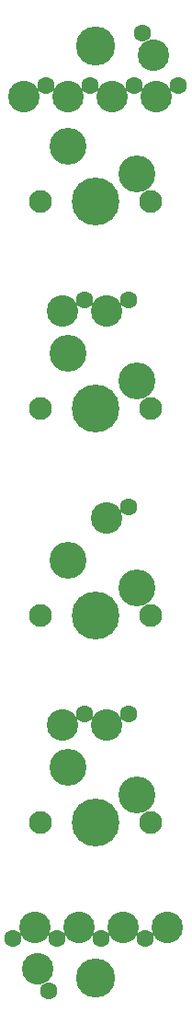
<source format=gbs>
%TF.GenerationSoftware,KiCad,Pcbnew,5.0.0+dfsg1-2*%
%TF.CreationDate,2019-02-10T19:26:03+01:00*%
%TF.ProjectId,yatara-puno-mx-4,7961746172612D70756E6F2D6D782D34,0.2*%
%TF.SameCoordinates,Original*%
%TF.FileFunction,Soldermask,Bot*%
%TF.FilePolarity,Negative*%
%FSLAX46Y46*%
G04 Gerber Fmt 4.6, Leading zero omitted, Abs format (unit mm)*
G04 Created by KiCad (PCBNEW 5.0.0+dfsg1-2) date Sun Feb 10 19:26:03 2019*
%MOMM*%
%LPD*%
G01*
G04 APERTURE LIST*
%ADD10C,2.900000*%
%ADD11C,3.400000*%
%ADD12C,2.100000*%
%ADD13C,4.400000*%
%ADD14C,1.600000*%
%ADD15C,3.600000*%
G04 APERTURE END LIST*
D10*
X71460000Y-33398000D03*
X67396000Y-33398000D03*
X79588000Y-33398000D03*
X75524000Y-33398000D03*
X75016000Y-91183000D03*
D11*
X77810000Y-40510000D03*
X71460000Y-37970000D03*
D12*
X68920000Y-43050000D03*
X79080000Y-43050000D03*
D13*
X74000000Y-43050000D03*
X74000000Y-100200000D03*
D12*
X79080000Y-100200000D03*
X68920000Y-100200000D03*
D11*
X71460000Y-95120000D03*
X77810000Y-97660000D03*
X77810000Y-78610000D03*
X71460000Y-76070000D03*
D12*
X68920000Y-81150000D03*
X79080000Y-81150000D03*
D13*
X74000000Y-81150000D03*
X74000000Y-62100000D03*
D12*
X79080000Y-62100000D03*
X68920000Y-62100000D03*
D11*
X71460000Y-57020000D03*
X77810000Y-59560000D03*
D10*
X80602000Y-109852000D03*
X76538000Y-109852000D03*
X72476000Y-109852000D03*
X68410000Y-109852000D03*
X79334000Y-29588000D03*
X68664000Y-113662000D03*
X75016000Y-72133000D03*
X70952000Y-53083000D03*
X75016000Y-53083000D03*
X70952000Y-91183000D03*
D14*
X77048000Y-52067000D03*
X72984000Y-52067000D03*
X77048000Y-71117000D03*
X72984000Y-90167000D03*
X69682000Y-115694000D03*
X66380000Y-110868000D03*
X78572000Y-110868000D03*
X74508000Y-110868000D03*
X70444000Y-110868000D03*
X77048000Y-90167000D03*
X81620000Y-32382000D03*
X77556000Y-32382000D03*
X73492000Y-32382000D03*
X69428000Y-32382000D03*
D15*
X74000000Y-114487500D03*
X74000000Y-28762500D03*
D14*
X78318000Y-27556000D03*
M02*

</source>
